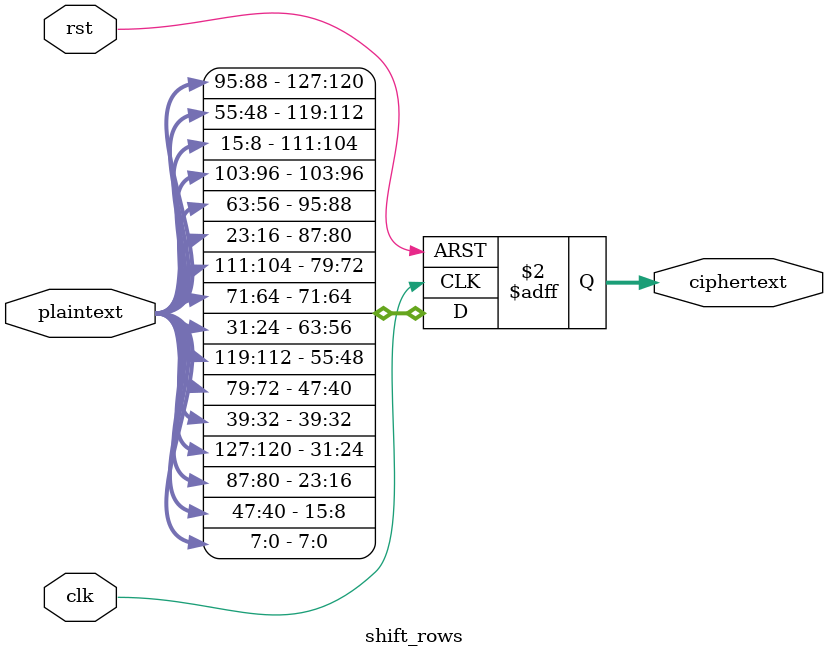
<source format=v>
module shift_rows (input clk,
                   input rst,
                   input [127:0] plaintext,
                   output reg [127:0] ciphertext);
    always @(posedge clk or posedge rst) begin
        if (rst) begin
            ciphertext <= 0;
        end
        else begin
            ciphertext <= {
            plaintext[95:88],   // 11
            plaintext[55:48],   // 6
            plaintext[15:8],    // 1
            plaintext[103:96],  // 12
            
            plaintext[63:56],   // 7
            plaintext[23:16],   // 2
            plaintext[111:104], // 13
            plaintext[71:64],   // 8
            
            plaintext[31:24],   // 3
            plaintext[119:112], // 14
            plaintext[79:72],   // 9
            plaintext[39:32],   // 4
            
            plaintext[127:120], // 15
            plaintext[87:80],   // 10
            plaintext[47:40],   // 5
            plaintext[7:0]      // 0
            };
        end
    end
endmodule

</source>
